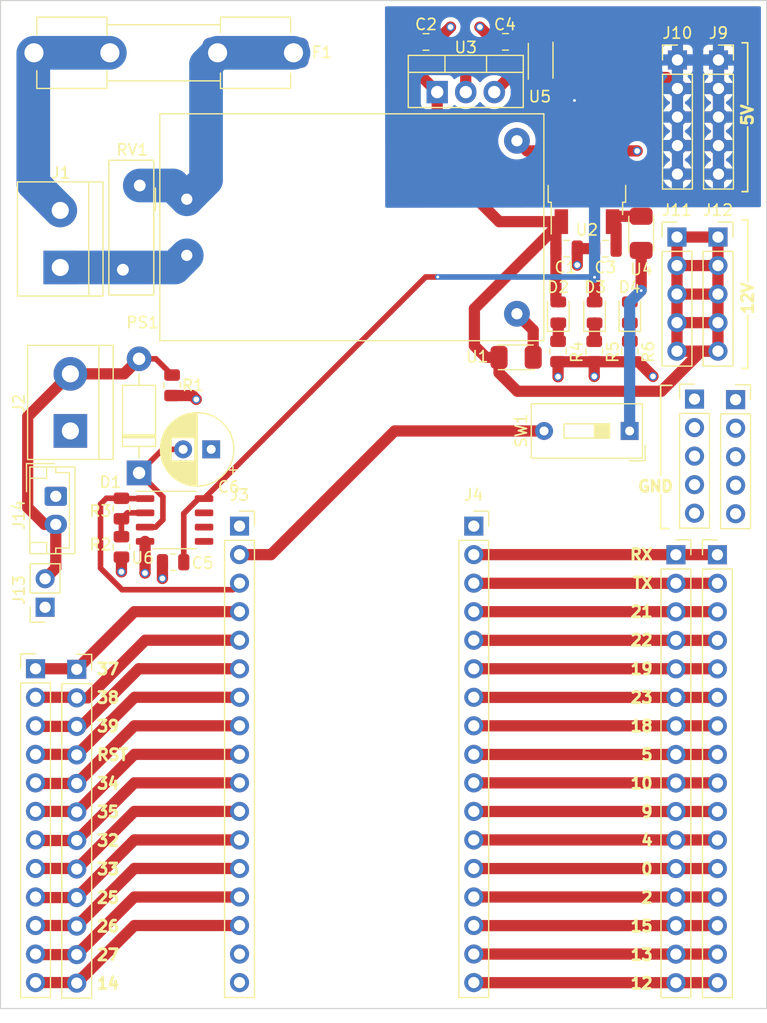
<source format=kicad_pcb>
(kicad_pcb (version 20211014) (generator pcbnew)
  (layers (0 "F.Cu" signal) (1 "In1.Cu" signal) (2 "In2.Cu" signal) (31 "B.Cu" signal) (34 "B.Paste" user) (35 "F.Paste" user) (36 "B.SilkS" user "B.Silkscreen") (37 "F.SilkS" user "F.Silkscreen") (38 "B.Mask" user) (39 "F.Mask" user) (44 "Edge.Cuts" user))
  (net 0 "")
  (net 1 "+12V")
  (net 2 "GND")
  (net 3 "Net-(C3-Pad1)")
  (net 4 "Net-(C4-Pad1)")
  (net 5 "+5V")
  (net 6 "Net-(C6-Pad2)")
  (net 7 "/proyecto_final/CT+")
  (net 8 "Net-(F1-Pad1)")
  (net 9 "/proyecto_final/AC-L")
  (net 10 "/proyecto_final/AC-N")
  (net 11 "Net-(J3-Pad2)")
  (net 12 "/proyecto_final/amperimetro/36")
  (net 13 "/header1/37")
  (net 14 "/header1/38")
  (net 15 "/header1/39")
  (net 16 "/header1/RST")
  (net 17 "/header1/34")
  (net 18 "/header1/35")
  (net 19 "/header1/32")
  (net 20 "/header1/33")
  (net 21 "/header1/25")
  (net 22 "/header1/26")
  (net 23 "/header1/27")
  (net 24 "/header1/14")
  (net 25 "+5VA")
  (net 26 "/header2/RX")
  (net 27 "/header2/TX")
  (net 28 "/header2/21")
  (net 29 "/header2/22")
  (net 30 "/header2/19")
  (net 31 "/header2/23")
  (net 32 "/header2/18")
  (net 33 "/header2/5")
  (net 34 "/header2/10")
  (net 35 "/header2/9")
  (net 36 "/header2/4")
  (net 37 "/header2/0")
  (net 38 "/header2/2")
  (net 39 "/header2/15")
  (net 40 "/header2/13")
  (net 41 "/header2/12")
  (net 42 "Net-(PS1-Pad4)")
  (net 43 "Net-(R2-Pad2)")
  (net 44 "+3V3")
  (net 45 "Net-(D2-Pad1)")
  (net 46 "Net-(D3-Pad1)")
  (net 47 "Net-(D4-Pad1)")
  (footprint "Package_TO_SOT_SMD:TO-252-2" (layer "F.Cu") (at 160.935 65.475 90)
    (fp_text reference "U2")
    (fp_text value "3v3 NJM2885DL1-33" hide)
  )
  (footprint "varistor:VAR_B72210S1140K501" (layer "F.Cu") (at 120.365 70.205 -90)
    (fp_text reference "RV1")
    (fp_text value "V10E275P" hide)
  )
  (footprint "Connector_PinSocket_2.54mm:PinSocket_1x05_P2.54mm_Vertical" (layer "F.Cu") (at 174.175 85.52)
    (fp_text reference "J15" hide)
    (fp_text value "GND" hide)
  )
  (footprint "LED_SMD:LED_0805_2012Metric" (layer "F.Cu") (at 161.615 77.755 90)
    (fp_text reference "D3")
    (fp_text value "LED" hide)
  )
  (footprint "Capacitor_SMD:C_0805_2012Metric" (layer "F.Cu") (at 162.585 72.075 180)
    (fp_text reference "C3")
    (fp_text value "2.2uF (ceramico)" hide)
  )
  (footprint "Capacitor_SMD:C_0805_2012Metric" (layer "F.Cu") (at 159.125 72.075)
    (fp_text reference "C1")
    (fp_text value "0.33uF" hide)
  )
  (footprint "Resistor_SMD:R_0805_2012Metric" (layer "F.Cu") (at 123.995 84.245 -90)
    (fp_text reference "R1")
    (fp_text value "22K" hide)
  )
  (footprint "Resistor_SMD:R_0805_2012Metric" (layer "F.Cu") (at 161.585 81.235 -90)
    (fp_text reference "R5")
    (fp_text value "R" hide)
  )
  (footprint "Connector_PinHeader_2.54mm:PinHeader_1x05_P2.54mm_Vertical" (layer "F.Cu") (at 168.955 71.045)
    (fp_text reference "J11")
    (fp_text value "12V" hide)
  )
  (footprint "Connector_PinSocket_2.54mm:PinSocket_1x02_P2.54mm_Vertical" (layer "F.Cu") (at 112.687379 104.005 180)
    (fp_text reference "J13")
    (fp_text value "inonizador input" hide)
  )
  (footprint "Resistor_SMD:R_0805_2012Metric" (layer "F.Cu") (at 119.485 95.215 -90)
    (fp_text reference "R3")
    (fp_text value "10K" hide)
  )
  (footprint "nuevo simbolo:CC12H1.5A-TR" (layer "F.Cu") (at 165.765 69.195 -90)
    (fp_text reference "U4")
    (fp_text value "fuse_CC12H1.5A-TR" hide)
  )
  (footprint "Capacitor_SMD:C_0805_2012Metric" (layer "F.Cu") (at 153.685 53.665 180)
    (fp_text reference "C4")
    (fp_text value "0.1uF" hide)
  )
  (footprint "Connector_PinHeader_2.54mm:PinHeader_1x12_P2.54mm_Vertical" (layer "F.Cu") (at 111.835 109.48)
    (fp_text reference "J5" hide)
    (fp_text value "MACHO" hide)
  )
  (footprint "Capacitor_SMD:C_0805_2012Metric" (layer "F.Cu") (at 146.605 53.675)
    (fp_text reference "C2")
    (fp_text value "0.22uF" hide)
  )
  (footprint "Connector_PinSocket_2.54mm:PinSocket_1x12_P2.54mm_Vertical" (layer "F.Cu") (at 115.505 109.53)
    (fp_text reference "J6" hide)
    (fp_text value "HEMBRA" hide)
  )
  (footprint "Connector_PinHeader_2.54mm:PinHeader_1x16_P2.54mm_Vertical" (layer "F.Cu") (at 172.555 99.33)
    (fp_text reference "J7" hide)
    (fp_text value "MACHOS" hide)
  )
  (footprint "nuevo simbolo:CC12H1.5A-TR" (layer "F.Cu") (at 156.815 53.8 -90)
    (fp_text reference "U5")
    (fp_text value "fuse_CC12H1.5A-TR" hide)
  )
  (footprint "Converter_ACDC:Converter_ACDC_HiLink_HLK-PMxx" (layer "F.Cu") (at 125.3025 67.675)
    (fp_text reference "PS1")
    (fp_text value "HLK-PM12" hide)
  )
  (footprint "nuevo simbolo:CC12H1.5A-TR" (layer "F.Cu") (at 156.15 81.755 180)
    (fp_text reference "U1")
    (fp_text value "fuse_CC12H1.5A-TR" hide)
  )
  (footprint "Resistor_SMD:R_0805_2012Metric" (layer "F.Cu") (at 119.485 98.635 90)
    (fp_text reference "R2")
    (fp_text value "1K" hide)
  )
  (footprint "Button_Switch_THT:SW_DIP_SPSTx01_Slide_9.78x4.72mm_W7.62mm_P2.54mm" (layer "F.Cu") (at 164.7375 88.31 180)
    (fp_text reference "SW1")
    (fp_text value "SW_DIP_x01" hide)
  )
  (footprint "Package_SO:SOP-8_3.9x4.9mm_P1.27mm" (layer "F.Cu") (at 124.215 96.235)
    (fp_text reference "U6")
    (fp_text value "LM358" hide)
  )
  (footprint "Connector_PinSocket_2.54mm:PinSocket_1x17_P2.54mm_Vertical" (layer "F.Cu") (at 130 96.78)
    (fp_text reference "J3")
    (fp_text value "IO_IZQUIERDA")
  )
  (footprint "Resistor_SMD:R_0805_2012Metric" (layer "F.Cu") (at 158.365 81.235 -90)
    (fp_text reference "R4")
    (fp_text value "R" hide)
  )
  (footprint "Package_TO_SOT_THT:TO-220-3_Vertical" (layer "F.Cu") (at 147.605 58.14)
    (fp_text reference "U3")
    (fp_text value "LM7805_TO220" hide)
  )
  (footprint "LED_SMD:LED_0805_2012Metric" (layer "F.Cu") (at 164.755 77.755 90)
    (fp_text reference "D4")
    (fp_text value "LED" hide)
  )
  (footprint "TerminalBlock:TerminalBlock_bornier-2_P5.08mm" (layer "F.Cu") (at 114.035 73.755 90)
    (fp_text reference "J1")
    (fp_text value "AC input" hide)
  )
  (footprint "Fuse:Fuseholder_Clip-5x20mm_Keystone_3517_Inline_P23.11x6.76mm_D1.70mm_Horizontal" (layer "F.Cu") (at 134.805 54.64 180)
    (fp_text reference "F1")
    (fp_text value "Fuse" hide)
  )
  (footprint "Capacitor_SMD:C_0805_2012Metric" (layer "F.Cu") (at 124.085 99.995 180)
    (fp_text reference "C5")
    (fp_text value "1nF" hide)
  )
  (footprint "TerminalBlock:TerminalBlock_bornier-2_P5.08mm" (layer "F.Cu") (at 114.937379 88.305 90)
    (fp_text reference "J2")
    (fp_text value "inonizador input" hide)
  )
  (footprint "Resistor_SMD:R_0805_2012Metric" (layer "F.Cu") (at 164.755 81.235 -90)
    (fp_text reference "R6")
    (fp_text value "R" hide)
  )
  (footprint "LED_SMD:LED_0805_2012Metric" (layer "F.Cu") (at 158.385 77.755 90)
    (fp_text reference "D2")
    (fp_text value "LED" hide)
  )
  (footprint "Connector_PinSocket_2.54mm:PinSocket_1x16_P2.54mm_Vertical" (layer "F.Cu") (at 168.86 99.33)
    (fp_text reference "J8" hide)
    (fp_text value "HEMBRAS" hide)
  )
  (footprint "Capacitor_THT:CP_Radial_D6.3mm_P2.50mm" (layer "F.Cu") (at 127.477379 89.945 180)
    (fp_text reference "C6")
    (fp_text value "100uF / 25V" hide)
  )
  (footprint "Connector_PinSocket_2.54mm:PinSocket_1x05_P2.54mm_Vertical" (layer "F.Cu") (at 172.65 55.28)
    (fp_text reference "J9")
    (fp_text value "5V" hide)
  )
  (footprint "Connector_PinHeader_2.54mm:PinHeader_1x05_P2.54mm_Vertical" (layer "F.Cu") (at 168.995 55.28)
    (fp_text reference "J10")
    (fp_text value "5V" hide)
  )
  (footprint "Diode_THT:D_DO-41_SOD81_P10.16mm_Horizontal" (layer "F.Cu") (at 121.055 92.045 90)
    (fp_text reference "D1")
    (fp_text value "1N5819" hide)
  )
  (footprint "Connector_PinHeader_2.54mm:PinHeader_1x05_P2.54mm_Vertical" (layer "F.Cu") (at 170.515 85.47)
    (fp_text reference "J16" hide)
    (fp_text value "GND" hide)
  )
  (footprint "Connector_PinSocket_2.54mm:PinSocket_1x17_P2.54mm_Vertical" (layer "F.Cu") (at 150.86 96.78)
    (fp_text reference "J4")
    (fp_text value "IO_DERECHA")
  )
  (footprint "Connector_JST:JST_EH_B2B-EH-A_1x02_P2.50mm_Vertical" (layer "F.Cu") (at 113.637379 94.125 -90)
    (fp_text reference "J14")
    (fp_text value "inonizador input" hide)
  )
  (footprint "Connector_PinSocket_2.54mm:PinSocket_1x05_P2.54mm_Vertical" (layer "F.Cu") (at 172.605 71.045)
    (fp_text reference "J12")
    (fp_text value "12V" hide)
  )
  (gr_line (start 175.25 78) (end 175.25 82.75) (layer "F.SilkS") (width 0.15))
  (gr_line (start 168.25 97) (end 167.5 97) (layer "F.SilkS") (width 0.15))
  (gr_line (start 167.5 84.25) (end 167.5 92.25) (layer "F.SilkS") (width 0.15))
  (gr_line (start 167.5 94) (end 167.5 97) (layer "F.SilkS") (width 0.15))
  (gr_line (start 175.25 67) (end 174.75 67) (layer "F.SilkS") (width 0.15))
  (gr_line (start 175.25 69.5) (end 174.75 69.5) (layer "F.SilkS") (width 0.15))
  (gr_line (start 175.25 61.25) (end 175.25 67) (layer "F.SilkS") (width 0.15))
  (gr_line (start 175.25 53.75) (end 174.75 53.75) (layer "F.SilkS") (width 0.15))
  (gr_line (start 175.25 59.25) (end 175.25 53.75) (layer "F.SilkS") (width 0.15))
  (gr_line (start 168.5 84.25) (end 167.5 84.25) (layer "F.SilkS") (width 0.15))
  (gr_line (start 175.25 82.75) (end 174.75 82.75) (layer "F.SilkS") (width 0.15))
  (gr_line (start 175.25 75) (end 175.25 69.5) (layer "F.SilkS") (width 0.15))
  (gr_rect (start 176.94 139.73) (end 108.72 49.99) (layer "Edge.Cuts") (width 0.1) (fill none))
  (gr_text "RX" (at 165.78 99.316365) (layer "F.SilkS") (effects (font (size 1 1) (thickness 0.25))))
  (gr_text "39" (at 118.29 114.59909) (layer "F.SilkS") (effects (font (size 1 1) (thickness 0.25))))
  (gr_text "13" (at 165.80381 134.94545) (layer "F.SilkS") (effects (font (size 1 1) (thickness 0.25))))
  (gr_text "9" (at 166.28 122.222725) (layer "F.SilkS") (effects (font (size 1 1) (thickness 0.25))))
  (gr_text "23" (at 165.80381 112.044545) (layer "F.SilkS") (effects (font (size 1 1) (thickness 0.25))))
  (gr_text "14" (at 118.29 137.5) (layer "F.SilkS") (effects (font (size 1 1) (thickness 0.25))))
  (gr_text "TX" (at 165.899048 101.86091) (layer "F.SilkS") (effects (font (size 1 1) (thickness 0.25))))
  (gr_text "21" (at 165.80381 104.405455) (layer "F.SilkS") (effects (font (size 1 1) (thickness 0.25))))
  (gr_text "RST" (at 118.694762 117.143635) (layer "F.SilkS") (effects (font (size 1 1) (thickness 0.25))))
  (gr_text "35" (at 118.29 122.232725) (layer "F.SilkS") (effects (font (size 1 1) (thickness 0.25))))
  (gr_text "34" (at 118.29 119.68818) (layer "F.SilkS") (effects (font (size 1 1) (thickness 0.25))))
  (gr_text "15" (at 165.80381 132.400905) (layer "F.SilkS") (effects (font (size 1 1) (thickness 0.25))))
  (gr_text "27" (at 118.29 134.95545) (layer "F.SilkS") (effects (font (size 1 1) (thickness 0.25))))
  (gr_text "25" (at 118.29 129.86636) (layer "F.SilkS") (effects (font (size 1 1) (thickness 0.25))))
  (gr_text "4" (at 166.28 124.76727) (layer "F.SilkS") (effects (font (size 1 1) (thickness 0.25))))
  (gr_text "5" (at 166.28 117.133635) (layer "F.SilkS") (effects (font (size 1 1) (thickness 0.25))))
  (gr_text "38" (at 118.29 112.054545) (layer "F.SilkS") (effects (font (size 1 1) (thickness 0.25))))
  (gr_text "37" (at 118.29 109.51) (layer "F.SilkS") (effects (font (size 1 1) (thickness 0.25))))
  (gr_text "5V" (at 175.23 60.18 90) (layer "F.SilkS") (effects (font (size 1 1) (thickness 0.25))))
  (gr_text "GND" (at 167.05 93.24) (layer "F.SilkS") (effects (font (size 1 1) (thickness 0.25))))
  (gr_text "18" (at 165.80381 114.58909) (layer "F.SilkS") (effects (font (size 1 1) (thickness 0.25))))
  (gr_text "12V" (at 175.25 76.5 90) (layer "F.SilkS") (effects (font (size 1 1) (thickness 0.25))))
  (gr_text "12" (at 165.80381 137.49) (layer "F.SilkS") (effects (font (size 1 1) (thickness 0.25))))
  (gr_text "26" (at 118.29 132.410905) (layer "F.SilkS") (effects (font (size 1 1) (thickness 0.25))))
  (gr_text "22" (at 165.80381 106.95) (layer "F.SilkS") (effects (font (size 1 1) (thickness 0.25))))
  (gr_text "0" (at 166.28 127.311815) (layer "F.SilkS") (effects (font (size 1 1) (thickness 0.25))))
  (gr_text "32" (at 118.29 124.77727) (layer "F.SilkS") (effects (font (size 1 1) (thickness 0.25))))
  (gr_text "2" (at 166.28 129.85636) (layer "F.SilkS") (effects (font (size 1 1) (thickness 0.25))))
  (gr_text "10" (at 165.80381 119.67818) (layer "F.SilkS") (effects (font (size 1 1) (thickness 0.25))))
  (gr_text "33" (at 118.29 127.321815) (layer "F.SilkS") (effects (font (size 1 1) (thickness 0.25))))
  (gr_text "19" (at 165.80381 109.5) (layer "F.SilkS") (effects (font (size 1 1) (thickness 0.25))))
  (segment (start 168.955 73.585) (end 172.605 73.585) (width 1) (layer "F.Cu") (net 1))
  (segment (start 158.175 70.155) (end 158.655 69.675) (width 1) (layer "F.Cu") (net 1))
  (segment (start 167.555 84.775) (end 171.125 81.205) (width 1) (layer "F.Cu") (net 1))
  (segment (start 158.175 76.6075) (end 158.385 76.8175) (width 1) (layer "F.Cu") (net 1))
  (segment (start 153.11 83.14) (end 154.745 84.775) (width 1) (layer "F.Cu") (net 1))
  (segment (start 153.125 69.675) (end 158.655 69.675) (width 1) (layer "F.Cu") (net 1))
  (segment (start 172.605 71.045) (end 168.955 71.045) (width 1) (layer "F.Cu") (net 1))
  (segment (start 158.175 72.075) (end 158.175 76.6075) (width 1) (layer "F.Cu") (net 1))
  (segment (start 150.915 80.725) (end 150.915 77.415) (width 1) (layer "F.Cu") (net 1))
  (segment (start 172.605 76.125) (end 168.955 76.125) (width 1) (layer "F.Cu") (net 1))
  (segment (start 158.175 72.075) (end 158.175 70.155) (width 1) (layer "F.Cu") (net 1))
  (segment (start 153.11 81.755) (end 151.945 81.755) (width 1) (layer "F.Cu") (net 1))
  (segment (start 168.955 71.045) (end 168.955 81.205) (width 1) (layer "F.Cu") (net 1))
  (segment (start 145.655 53.675) (end 145.655 56.19) (width 1) (layer "F.Cu") (net 1))
  (segment (start 151.945 81.755) (end 150.915 80.725) (width 1) (layer "F.Cu") (net 1))
  (segment (start 150.915 77.415) (end 158.655 69.675) (width 1) (layer "F.Cu") (net 1))
  (segment (start 147.605 58.14) (end 147.605 64.155) (width 1) (layer "F.Cu") (net 1))
  (segment (start 154.745 84.775) (end 167.555 84.775) (width 1) (layer "F.Cu") (net 1))
  (segment (start 171.125 81.205) (end 172.605 81.205) (width 1) (layer "F.Cu") (net 1))
  (segment (start 153.11 81.755) (end 153.11 83.14) (width 1) (layer "F.Cu") (net 1))
  (segment (start 145.655 56.19) (end 147.605 58.14) (width 1) (layer "F.Cu") (net 1))
  (segment (start 147.605 64.155) (end 153.125 69.675) (width 1) (layer "F.Cu") (net 1))
  (segment (start 172.605 81.205) (end 168.955 81.205) (width 1) (layer "F.Cu") (net 1))
  (segment (start 172.605 81.205) (end 172.605 71.045) (width 1) (layer "F.Cu") (net 1))
  (segment (start 168.955 78.665) (end 172.605 78.665) (width 1) (layer "F.Cu") (net 1))
  (segment (start 165.405 63.375) (end 165.41 63.38) (width 1) (layer "F.Cu") (net 2))
  (segment (start 121.59 98.14) (end 121.59 100.95) (width 1) (layer "F.Cu") (net 2))
  (segment (start 160.075 73.535) (end 160.07 73.54) (width 1) (layer "F.Cu") (net 2))
  (segment (start 150.145 56.265) (end 152.735 53.675) (width 1) (layer "F.Cu") (net 2))
  (segment (start 123.995 85.1575) (end 125.8075 85.1575) (width 1) (layer "F.Cu") (net 2))
  (segment (start 121.59 100.95) (end 121.58 100.96) (width 1) (layer "F.Cu") (net 2))
  (segment (start 119.485 100.845) (end 119.48 100.85) (width 1) (layer "F.Cu") (net 2))
  (segment (start 158.365 82.1475) (end 158.365 83.475) (width 1) (layer "F.Cu") (net 2))
  (segment (start 147.555 53.675) (end 147.555 53.585) (width 1) (layer "F.Cu") (net 2))
  (segment (start 164.755 82.1475) (end 165.5175 82.1475) (width 1) (layer "F.Cu") (net 2))
  (segment (start 119.485 99.5475) (end 119.485 100.845) (width 1) (layer "F.Cu") (net 2))
  (segment (start 160.935 63.375) (end 155.6025 63.375) (width 1) (layer "F.Cu") (net 2))
  (segment (start 161.635 72.075) (end 160.075 72.075) (width 1) (layer "F.Cu") (net 2))
  (segment (start 152.715 53.665) (end 151.4 52.35) (width 1) (layer "F.Cu") (net 2))
  (segment (start 155.6025 63.375) (end 154.7025 62.475) (width 1) (layer "F.Cu") (net 2))
  (segment (start 160.935 63.375) (end 165.405 63.375) (width 1) (layer "F.Cu") (net 2))
  (segment (start 147.555 53.585) (end 148.79 52.35) (width 1) (layer "F.Cu") (net 2))
  (segment (start 160.075 72.075) (end 160.075 73.535) (width 1) (layer "F.Cu") (net 2))
  (segment (start 165.5175 82.1475) (end 166.82 83.45) (width 1) (layer "F.Cu") (net 2))
  (segment (start 123.135 101.435) (end 123.13 101.44) (width 1) (layer "F.Cu") (net 2))
  (segment (start 152.735 53.665) (end 152.715 53.665) (width 1) (layer "F.Cu") (net 2))
  (segment (start 150.145 58.14) (end 150.145 56.265) (width 1) (layer "F.Cu") (net 2))
  (segment (start 152.735 53.675) (end 152.735 53.665) (width 1) (layer "F.Cu") (net 2))
  (segment (start 161.585 82.1475) (end 161.585 83.445) (width 1) (layer "F.Cu") (net 2))
  (segment (start 158.365 82.1475) (end 164.755 82.1475) (width 1) (layer "F.Cu") (net 2))
  (segment (start 158.365 83.475) (end 158.36 83.48) (width 1) (layer "F.Cu") (net 2))
  (segment (start 123.135 99.995) (end 123.135 101.435) (width 1) (layer "F.Cu") (net 2))
  (segment (start 125.8075 85.1575) (end 126.15 85.5) (width 1) (layer "F.Cu") (net 2))
  (segment (start 150.145 56.265) (end 147.555 53.675) (width 1) (layer "F.Cu") (net 2))
  (segment (start 161.585 83.445) (end 161.59 83.45) (width 1) (layer "F.Cu") (net 2))
  (via (at 151.4 52.35) (size 0.75) (drill 0.5) (layers "F.Cu" "B.Cu") (net 2))
  (via (at 166.82 83.45) (size 0.75) (drill 0.5) (layers "F.Cu" "B.Cu") (net 2))
  (via (at 160.07 73.54) (size 0.75) (drill 0.5) (layers "F.Cu" "B.Cu") (net 2))
  (via (at 161.59 83.45) (size 0.75) (drill 0.5) (layers "F.Cu" "B.Cu") (net 2))
  (via (at 126.15 85.5) (size 0.75) (drill 0.5) (layers "F.Cu" "B.Cu") (net 2))
  (via (at 123.13 101.44) (size 0.75) (drill 0.5) (layers "F.Cu" "B.Cu") (net 2))
  (via (at 148.79 52.35) (size 0.75) (drill 0.5) (layers "F.Cu" "B.Cu") (net 2))
  (via (at 119.48 100.85) (size 0.75) (drill 0.5) (layers "F.Cu" "B.Cu") (net 2))
  (via (at 121.58 100.96) (size 0.75) (drill 0.5) (layers "F.Cu" "B.Cu") (net 2))
  (via (at 158.36 83.48) (size 0.75) (drill 0.5) (layers "F.Cu" "B.Cu") (net 2))
  (via (at 165.41 63.38) (size 0.75) (drill 0.5) (layers "F.Cu" "B.Cu") (net 2))
  (segment (start 165.765 69.195) (end 163.695 69.195) (width 1) (layer "F.Cu") (net 3))
  (segment (start 163.535 69.995) (end 163.215 69.675) (width 1) (layer "F.Cu") (net 3))
  (segment (start 163.535 72.075) (end 163.535 69.995) (width 1) (layer "F.Cu") (net 3))
  (segment (start 163.695 69.195) (end 163.215 69.675) (width 1) (layer "F.Cu") (net 3))
  (segment (start 156.68 53.665) (end 156.815 53.8) (width 1) (layer "F.Cu") (net 4))
  (segment (start 154.635 53.665) (end 156.68 53.665) (width 1) (layer "F.Cu") (net 4))
  (segment (start 154.635 53.665) (end 154.635 56.19) (width 1) (layer "F.Cu") (net 4))
  (segment (start 154.635 56.19) (end 152.685 58.14) (width 1) (layer "F.Cu") (net 4))
  (segment (start 125.035 99.995) (end 125.035 95.660761) (width 0.5) (layer "F.Cu") (net 5))
  (segment (start 168.015 56.84) (end 168.995 57.82) (width 1) (layer "F.Cu") (net 5))
  (segment (start 146.57 74.6) (end 147.65 74.6) (width 0.5) (layer "F.Cu") (net 5))
  (segment (start 172.65 65.44) (end 168.995 65.44) (width 1) (layer "F.Cu") (net 5))
  (segment (start 168.995 55.28) (end 168.995 65.44) (width 1) (layer "F.Cu") (net 5))
  (segment (start 168.995 62.9) (end 172.65 62.9) (width 1) (layer "F.Cu") (net 5))
  (segment (start 159.825 58.885) (end 159.825 58.875) (width 1) (layer "F.Cu") (net 5))
  (segment (start 172.65 60.36) (end 168.995 60.36) (width 1) (layer "F.Cu") (net 5))
  (segment (start 161.615 76.8175) (end 161.615 74.625) (width 1) (layer "F.Cu") (net 5))
  (segment (start 172.65 55.28) (end 168.995 55.28) (width 1) (layer "F.Cu") (net 5))
  (segment (start 156.815 56.84) (end 168.015 56.84) (width 1) (layer "F.Cu") (net 5))
  (segment (start 125.035 95.660761) (end 126.365761 94.33) (width 0.5) (layer "F.Cu") (net 5))
  (segment (start 157.79 56.84) (end 156.815 56.84) (width 1) (layer "F.Cu") (net 5))
  (segment (start 126.84 94.33) (end 146.57 74.6) (width 0.5) (layer "F.Cu") (net 5))
  (segment (start 172.65 55.28) (end 172.65 65.44) (width 1) (layer "F.Cu") (net 5))
  (segment (start 126.365761 94.33) (end 126.84 94.33) (width 0.5) (layer "F.Cu") (net 5))
  (segment (start 159.825 58.875) (end 157.79 56.84) (width 1) (layer "F.Cu") (net 5))
  (segment (start 168.995 57.82) (end 172.65 57.82) (width 1) (layer "F.Cu") (net 5))
  (via (at 147.65 74.6) (size 0.5) (drill 0.25) (layers "F.Cu" "B.Cu") (net 5))
  (via (at 159.825 58.885) (size 0.5) (drill 0.25) (layers "F.Cu" "B.Cu") (net 5))
  (via (at 161.615 74.625) (size 0.5) (drill 0.25) (layers "F.Cu" "B.Cu") (net 5))
  (segment (start 161.59 74.6) (end 161.615 74.625) (width 0.5) (layer "B.Cu") (net 5))
  (segment (start 161.615 74.625) (end 161.615 60.675) (width 1) (layer "B.Cu") (net 5))
  (segment (start 147.65 74.6) (end 161.59 74.6) (width 0.5) (layer "B.Cu") (net 5))
  (segment (start 161.615 60.675) (end 159.825 58.885) (width 1) (layer "B.Cu") (net 5))
  (segment (start 121.59 96.87) (end 122.52 96.87) (width 0.5) (layer "F.Cu") (net 6))
  (segment (start 123.175 94.165) (end 121.055 92.045) (width 0.5) (layer "F.Cu") (net 6))
  (segment (start 123.175 96.215) (end 123.175 94.165) (width 0.5) (layer "F.Cu") (net 6))
  (segment (start 122.52 96.87) (end 123.175 96.215) (width 0.5) (layer "F.Cu") (net 6))
  (segment (start 124.977379 89.945) (end 123.155 89.945) (width 0.5) (layer "F.Cu") (net 6))
  (segment (start 123.155 89.945) (end 121.055 92.045) (width 0.5) (layer "F.Cu") (net 6))
  (segment (start 111.137379 95.125) (end 112.637379 96.625) (width 1) (layer "F.Cu") (net 7))
  (segment (start 114.937379 83.225) (end 119.715 83.225) (width 1) (layer "F.Cu") (net 7))
  (segment (start 121.055 81.885) (end 122.5475 81.885) (width 0.5) (layer "F.Cu") (net 7))
  (segment (start 111.137379 87.025) (end 111.137379 95.125) (width 1) (layer "F.Cu") (net 7))
  (segment (start 122.5475 81.885) (end 123.995 83.3325) (width 0.5) (layer "F.Cu") (net 7))
  (segment (start 113.637379 96.625) (end 113.637379 100.515) (width 1) (layer "F.Cu") (net 7))
  (segment (start 113.637379 100.515) (end 112.687379 101.465) (width 1) (layer "F.Cu") (net 7))
  (segment (start 112.637379 96.625) (end 113.637379 96.625) (width 1) (layer "F.Cu") (net 7))
  (segment (start 114.937379 83.225) (end 111.137379 87.025) (width 1) (layer "F.Cu") (net 7))
  (segment (start 119.715 83.225) (end 121.055 81.885) (width 1) (layer "F.Cu") (net 7))
  (segment (start 128.045 54.64) (end 127.02 55.665) (width 3) (layer "B.Cu") (net 8))
  (segment (start 128.045 54.64) (end 134.805 54.64) (width 3) (layer "B.Cu") (net 8))
  (segment (start 127.02 65.9575) (end 125.3025 67.675) (width 3) (layer "B.Cu") (net 8))
  (segment (start 127.02 55.665) (end 127.02 65.9575) (width 3) (layer "B.Cu") (net 8))
  (segment (start 121.115 66.455) (end 124.0825 66.455) (width 3) (layer "B.Cu") (net 8))
  (segment (start 124.0825 66.455) (end 125.3025 67.675) (width 3) (layer "B.Cu") (net 8))
  (segment (start 111.635 66.275) (end 114.035 68.675) (width 3) (layer "B.Cu") (net 9))
  (segment (start 111.695 54.64) (end 118.455 54.64) (width 3) (layer "B.Cu") (net 9))
  (segment (start 111.635 54.7) (end 111.635 66.275) (width 3) (layer "B.Cu") (net 9))
  (segment (start 111.695 54.64) (end 111.635 54.7) (width 3) (layer "B.Cu") (net 9))
  (segment (start 124.2225 73.755) (end 125.3025 72.675) (width 3) (layer "B.Cu") (net 10))
  (segment (start 114.035 73.755) (end 124.2225 73.755) (width 3) (layer "B.Cu") (net 10))
  (segment (start 157.1175 88.31) (end 143.81 88.31) (width 1) (layer "F.Cu") (net 11))
  (segment (start 132.8 99.32) (end 130 99.32) (width 1) (layer "F.Cu") (net 11))
  (segment (start 143.81 88.31) (end 132.8 99.32) (width 1) (layer "F.Cu") (net 11))
  (segment (start 121.59 94.33) (end 119.5125 94.33) (width 0.5) (layer "F.Cu") (net 12))
  (segment (start 117.62 94.82) (end 117.62 100.52) (width 0.5) (layer "F.Cu") (net 12))
  (segment (start 117.62 100.52) (end 119.54 102.44) (width 0.5) (layer "F.Cu") (net 12))
  (segment (start 119.485 94.3025) (end 118.1375 94.3025) (width 0.5) (layer "F.Cu") (net 12))
  (segment (start 129.42 102.44) (end 130 101.86) (width 0.5) (layer "F.Cu") (net 12))
  (segment (start 119.5125 94.33) (end 119.485 94.3025) (width 0.5) (layer "F.Cu") (net 12))
  (segment (start 118.1375 94.3025) (end 117.62 94.82) (width 0.5) (layer "F.Cu") (net 12))
  (segment (start 119.54 102.44) (end 129.42 102.44) (width 0.5) (layer "F.Cu") (net 12))
  (segment (start 115.455 109.48) (end 115.505 109.53) (width 1) (layer "F.Cu") (net 13))
  (segment (start 111.835 109.48) (end 115.455 109.48) (width 1) (layer "F.Cu") (net 13))
  (segment (start 120.635 104.4) (end 115.505 109.53) (width 1) (layer "F.Cu") (net 13))
  (segment (start 130 104.4) (end 120.635 104.4) (width 1) (layer "F.Cu") (net 13))
  (segment (start 111.835 112.02) (end 115.455 112.02) (width 1) (layer "F.Cu") (net 14))
  (segment (start 130 106.94) (end 121.61 106.94) (width 1) (layer "F.Cu") (net 14))
  (segment (start 115.455 112.02) (end 115.505 112.07) (width 1) (layer "F.Cu") (net 14))
  (segment (start 116.48 112.07) (end 115.505 112.07) (width 1) (layer "F.Cu") (net 14))
  (segment (start 121.61 106.94) (end 116.48 112.07) (width 1) (layer "F.Cu") (net 14))
  (segment (start 115.9 114.61) (end 115.505 114.61) (width 1) (layer "F.Cu") (net 15))
  (segment (start 111.885 114.61) (end 111.835 114.56) (width 1) (layer "F.Cu") (net 15))
  (segment (start 115.505 114.61) (end 111.885 114.61) (width 1) (layer "F.Cu") (net 15))
  (segment (start 130 109.48) (end 121.03 109.48) (width 1) (layer "F.Cu") (net 15))
  (segment (start 121.03 109.48) (end 115.9 114.61) (width 1) (layer "F.Cu") (net 15))
  (segment (start 115.455 117.1) (end 115.505 117.15) (width 1) (layer "F.Cu") (net 16))
  (segment (start 118.465 114.19) (end 115.505 117.15) (width 1) (layer "F.Cu") (net 16))
  (segment (start 118.49 114.19) (end 118.465 114.19) (width 1) (layer "F.Cu") (net 16))
  (segment (start 111.835 117.1) (end 115.455 117.1) (width 1) (layer "F.Cu") (net 16))
  (segment (start 130 112.02) (end 120.66 112.02) (width 1) (layer "F.Cu") (net 16))
  (segment (start 120.66 112.02) (end 118.49 114.19) (width 1) (layer "F.Cu") (net 16))
  (segment (start 111.885 119.69) (end 111.835 119.64) (width 1) (layer "F.Cu") (net 17))
  (segment (start 130 114.56) (end 120.635 114.56) (width 1) (layer "F.Cu") (net 17))
  (segment (start 115.505 119.69) (end 111.885 119.69) (width 1) (layer "F.Cu") (net 17))
  (segment (start 120.635 114.56) (end 115.505 119.69) (width 1) (layer "F.Cu") (net 17))
  (segment (start 130 117.1) (end 120.635 117.1) (width 1) (layer "F.Cu") (net 18))
  (segment (start 120.635 117.1) (end 115.505 122.23) (width 1) (layer "F.Cu") (net 18))
  (segment (start 111.835 122.18) (end 115.455 122.18) (width 1) (layer "F.Cu") (net 18))
  (segment (start 115.455 122.18) (end 115.505 122.23) (width 1) (layer "F.Cu") (net 18))
  (segment (start 120.635 119.64) (end 115.505 124.77) (width 1) (layer "F.Cu") (net 19))
  (segment (start 115.505 124.77) (end 111.885 124.77) (width 1) (layer "F.Cu") (net 19))
  (segment (start 130 119.64) (end 120.635 119.64) (width 1) (layer "F.Cu") (net 19))
  (segment (start 111.885 124.77) (end 111.835 124.72) (width 1) (layer "F.Cu") (net 19))
  (segment (start 130 122.18) (end 120.635 122.18) (width 1) (layer "F.Cu") (net 20))
  (segment (start 111.835 127.26) (end 115.455 127.26) (width 1) (layer "F.Cu") (net 20))
  (segment (start 120.635 122.18) (end 115.505 127.31) (width 1) (layer "F.Cu") (net 20))
  (segment (start 115.455 127.26) (end 115.505 127.31) (width 1) (layer "F.Cu") (net 20))
  (segment (start 115.505 129.85) (end 111.885 129.85) (width 1) (layer "F.Cu") (net 21))
  (segment (start 130 124.72) (end 120.635 124.72) (width 1) (layer "F.Cu") (net 21))
  (segment (start 111.885 129.85) (end 111.835 129.8) (width 1) (layer "F.Cu") (net 21))
  (segment (start 120.635 124.72) (end 115.505 129.85) (width 1) (layer "F.Cu") (net 21))
  (segment (start 111.835 132.34) (end 115.455 132.34) (width 1) (layer "F.Cu") (net 22))
  (segment (start 130 127.26) (end 120.635 127.26) (width 1) (layer "F.Cu") (net 22))
  (segment (start 115.455 132.34) (end 115.505 132.39) (width 1) (layer "F.Cu") (net 22))
  (segment (start 120.635 127.26) (end 115.505 132.39) (width 1) (layer "F.Cu") (net 22))
  (segment (start 130 129.8) (end 120.635 129.8) (width 1) (layer "F.Cu") (net 23))
  (segment (start 120.635 129.8) (end 115.505 134.93) (width 1) (layer "F.Cu") (net 23))
  (segment (start 111.885 134.93) (end 111.835 134.88) (width 1) (layer "F.Cu") (net 23))
  (segment (start 115.505 134.93) (end 111.885 134.93) (width 1) (layer "F.Cu") (net 23))
  (segment (start 120.635 132.34) (end 115.505 137.47) (width 1) (layer "F.Cu") (net 24))
  (segment (start 115.455 137.42) (end 115.505 137.47) (width 1) (layer "F.Cu") (net 24))
  (segment (start 111.835 137.42) (end 115.455 137.42) (width 1) (layer "F.Cu") (net 24))
  (segment (start 130 132.34) (end 120.635 132.34) (width 1) (layer "F.Cu") (net 24))
  (segment (start 172.545 99.32) (end 172.555 99.33) (width 1) (layer "F.Cu") (net 26))
  (segment (start 150.86 99.32) (end 172.545 99.32) (width 1) (layer "F.Cu") (net 26))
  (segment (start 150.87 101.87) (end 150.86 101.86) (width 1) (layer "F.Cu") (net 27))
  (segment (start 172.555 101.87) (end 150.87 101.87) (width 1) (layer "F.Cu") (net 27))
  (segment (start 150.86 104.4) (end 172.545 104.4) (width 1) (layer "F.Cu") (net 28))
  (segment (start 172.545 104.4) (end 172.555 104.41) (width 1) (layer "F.Cu") (net 28))
  (segment (start 172.555 106.95) (end 150.87 106.95) (width 1) (layer "F.Cu") (net 29))
  (segment (start 150.87 106.95) (end 150.86 106.94) (width 1) (layer "F.Cu") (net 29))
  (segment (start 172.545 109.48) (end 172.555 109.49) (width 1) (layer "F.Cu") (net 30))
  (segment (start 150.86 109.48) (end 172.545 109.48) (width 1) (layer "F.Cu") (net 30))
  (segment (start 172.555 112.03) (end 150.87 112.03) (width 1) (layer "F.Cu") (net 31))
  (segment (start 150.87 112.03) (end 150.86 112.02) (width 1) (layer "F.Cu") (net 31))
  (segment (start 150.86 114.56) (end 172.545 114.56) (width 1) (layer "F.Cu") (net 32))
  (segment (start 172.545 114.56) (end 172.555 114.57) (width 1) (layer "F.Cu") (net 32))
  (segment (start 172.555 117.11) (end 150.87 117.11) (width 1) (layer "F.Cu") (net 33))
  (segment (start 150.87 117.11) (end 150.86 117.1) (width 1) (layer "F.Cu") (net 33))
  (segment (start 172.545 119.64) (end 172.555 119.65) (width 1) (layer "F.Cu") (net 34))
  (segment (start 150.86 119.64) (end 172.545 119.64) (width 1) (layer "F.Cu") (net 34))
  (segment (start 150.87 122.19) (end 150.86 122.18) (width 1) (layer "F.Cu") (net 35))
  (segment (start 172.555 122.19) (end 150.87 122.19) (width 1) (layer "F.Cu") (net 35))
  (segment (start 172.545 124.72) (end 172.555 124.73) (width 1) (layer "F.Cu") (net 36))
  (segment (start 150.86 124.72) (end 172.545 124.72) (width 1) (layer "F.Cu") (net 36))
  (segment (start 172.555 127.27) (end 150.87 127.27) (width 1) (layer "F.Cu") (net 37))
  (segment (start 150.87 127.27) (end 150.86 127.26) (width 1) (layer "F.Cu") (net 37))
  (segment (start 172.545 129.8) (end 172.555 129.81) (width 1) (layer "F.Cu") (net 38))
  (segment (start 150.86 129.8) (end 172.545 129.8) (width 1) (layer "F.Cu") (net 38))
  (segment (start 172.555 132.35) (end 150.87 132.35) (width 1) (layer "F.Cu") (net 39))
  (segment (start 150.87 132.35) (end 150.86 132.34) (width 1) (layer "F.Cu") (net 39))
  (segment (start 172.545 134.88) (end 172.555 134.89) (width 1) (layer "F.Cu") (net 40))
  (segment (start 150.86 134.88) (end 172.545 134.88) (width 1) (layer "F.Cu") (net 40))
  (segment (start 172.555 137.43) (end 150.87 137.43) (width 1) (layer "F.Cu") (net 41))
  (segment (start 150.87 137.43) (end 150.86 137.42) (width 1) (layer "F.Cu") (net 41))
  (segment (start 156.15 79.3225) (end 154.7025 77.875) (width 1) (layer "F.Cu") (net 42))
  (segment (start 156.15 81.755) (end 156.15 79.3225) (width 1) (layer "F.Cu") (net 42))
  (segment (start 121.59 95.6) (end 120.0125 95.6) (width 0.5) (layer "F.Cu") (net 43))
  (segment (start 120.0125 95.6) (end 119.485 96.1275) (width 0.5) (layer "F.Cu") (net 43))
  (segment (start 119.485 96.1275) (end 119.485 97.7225) (width 0.5) (layer "F.Cu") (net 43))
  (segment (start 165.765 72.235) (end 165.765 75.8075) (width 1) (layer "F.Cu") (net 44))
  (segment (start 165.765 75.8075) (end 164.755 76.8175) (width 1) (layer "F.Cu") (net 44))
  (via (at 165.765 75.8075) (size 0.5) (drill 0.25) (layers "F.Cu" "B.Cu") (net 44))
  (segment (start 164.7375 76.835) (end 164.7375 88.31) (width 1) (layer "B.Cu") (net 44))
  (segment (start 165.765 75.8075) (end 164.7375 76.835) (width 1) (layer "B.Cu") (net 44))
  (segment (start 158.385 80.3025) (end 158.365 80.3225) (width 1) (layer "F.Cu") (net 45))
  (segment (start 158.385 78.6925) (end 158.385 80.3025) (width 1) (layer "F.Cu") (net 45))
  (segment (start 161.615 78.6925) (end 161.615 80.2925) (width 1) (layer "F.Cu") (net 46))
  (segment (start 161.615 80.2925) (end 161.585 80.3225) (width 1) (layer "F.Cu") (net 46))
  (segment (start 164.755 78.6925) (end 164.755 80.3225) (width 1) (layer "F.Cu") (net 47))
  (zone (net 5) (net_name "+5V") (layer "B.Cu") (connect_pads (clearance 0.508)) (min_thickness 0.254) (fill yes (thermal_gap 0.508) (thermal_bridge_width 1))
    (polygon (pts (xy 176.89 50.04) (xy 176.89 68.388422) (xy 142.97 68.44) (xy 142.95 50.04)))
  )
)
</source>
